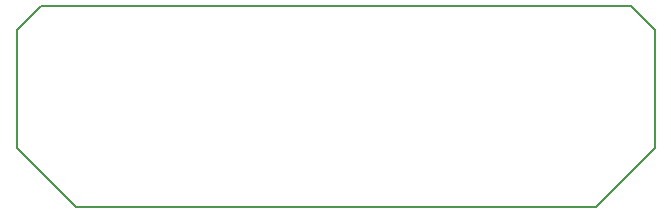
<source format=gbr>
G04 #@! TF.GenerationSoftware,KiCad,Pcbnew,(5.0.0)*
G04 #@! TF.CreationDate,2018-08-20T08:15:06+02:00*
G04 #@! TF.ProjectId,CockpitLED,436F636B7069744C45442E6B69636164,rev?*
G04 #@! TF.SameCoordinates,Original*
G04 #@! TF.FileFunction,Profile,NP*
%FSLAX46Y46*%
G04 Gerber Fmt 4.6, Leading zero omitted, Abs format (unit mm)*
G04 Created by KiCad (PCBNEW (5.0.0)) date 08/20/18 08:15:06*
%MOMM*%
%LPD*%
G01*
G04 APERTURE LIST*
%ADD10C,0.150000*%
G04 APERTURE END LIST*
D10*
X116000000Y-101000000D02*
X140000000Y-101000000D01*
X114000000Y-103000000D02*
X116000000Y-101000000D01*
X114000000Y-113000000D02*
X114000000Y-103000000D01*
X119000000Y-118000000D02*
X114000000Y-113000000D01*
X163000000Y-118000000D02*
X119000000Y-118000000D01*
X168000000Y-113000000D02*
X163000000Y-118000000D01*
X168000000Y-103000000D02*
X168000000Y-113000000D01*
X166000000Y-101000000D02*
X168000000Y-103000000D01*
X140000000Y-101000000D02*
X166000000Y-101000000D01*
M02*

</source>
